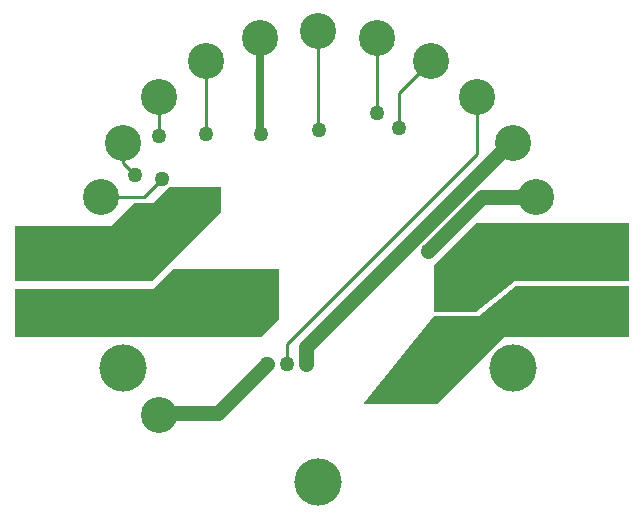
<source format=gbr>
%TF.GenerationSoftware,Altium Limited,Altium Designer,18.1.9 (240)*%
G04 Layer_Physical_Order=2*
G04 Layer_Color=16711680*
%FSLAX26Y26*%
%MOIN*%
%TF.FileFunction,Copper,L2,Bot,Signal*%
%TF.Part,Single*%
G01*
G75*
%TA.AperFunction,SMDPad,CuDef*%
%ADD11C,0.120000*%
%TA.AperFunction,Conductor*%
%ADD12C,0.050000*%
%ADD13C,0.010000*%
%ADD14C,0.025000*%
%TA.AperFunction,ViaPad*%
%ADD15C,0.050000*%
%ADD16C,0.157480*%
G36*
X-325000Y145000D02*
X-555000Y-85000D01*
X-1010000D01*
Y100000D01*
X-690000D01*
X-615000Y175000D01*
X-550000D01*
X-495000Y230000D01*
X-325000D01*
Y145000D01*
D02*
G37*
G36*
X-130000Y-45000D02*
X-130000Y-209982D01*
X-190945Y-271000D01*
X-1010000D01*
Y-110000D01*
X-550000D01*
X-483673Y-45000D01*
X-130000Y-45000D01*
D02*
G37*
G36*
X1035000Y-85000D02*
X655000D01*
X524361Y-189804D01*
X384773D01*
X384773Y-30227D01*
X525000Y110000D01*
X1035000D01*
Y-85000D01*
D02*
G37*
G36*
Y-270945D02*
X619055Y-270945D01*
X395000Y-495000D01*
X155756D01*
X153584Y-490496D01*
X384773Y-200000D01*
X535000D01*
X657222Y-100000D01*
X1035000D01*
Y-270945D01*
D02*
G37*
D11*
X-724000Y194000D02*
D03*
X-750000Y0D02*
D03*
X-724000Y-194000D02*
D03*
X724000D02*
D03*
X750000Y0D02*
D03*
X724000Y194000D02*
D03*
X650000Y375000D02*
D03*
X530000Y530000D02*
D03*
X375000Y649500D02*
D03*
X194000Y724000D02*
D03*
X0Y750000D02*
D03*
X-194000Y724000D02*
D03*
X-375000Y649500D02*
D03*
X-530000Y530000D02*
D03*
X-649500Y375000D02*
D03*
X-530000Y-530000D02*
D03*
D12*
X-335000Y-525000D02*
X-170000Y-360000D01*
X-530000Y-530000D02*
X-525000Y-525000D01*
X-335000D01*
X-40000Y-360000D02*
Y-305147D01*
X640147Y375000D01*
X650000D01*
X544000Y194000D02*
X724000D01*
X365000Y15000D02*
X544000Y194000D01*
D13*
X-105000Y-360000D02*
X-100000Y-355000D01*
X-105000Y-360000D02*
Y-295000D01*
X530000Y340000D01*
X-194000Y409000D02*
X-190000Y405000D01*
X0Y420847D02*
X1208Y419639D01*
X194000Y724000D02*
X195000Y723000D01*
Y475000D02*
Y723000D01*
X530000Y340000D02*
Y530000D01*
X268910Y425000D02*
Y543410D01*
X375000Y649500D01*
X0Y420847D02*
Y750000D01*
X-375000Y405000D02*
Y649500D01*
X-581000Y194000D02*
X-520000Y255000D01*
X-724000Y194000D02*
X-581000D01*
X-649500Y309500D02*
X-610000Y270000D01*
X-649500Y309500D02*
Y375000D01*
X-530000Y400000D02*
Y530000D01*
X1208Y419639D02*
X1568Y420000D01*
X-520000Y255000D02*
X-516890D01*
X-506890Y265000D01*
X-505945Y264055D01*
D14*
X-194000Y409000D02*
Y724000D01*
D15*
X-170000Y-360000D02*
D03*
X-105000D02*
D03*
X195000Y475000D02*
D03*
X365000Y15000D02*
D03*
X575000Y-40000D02*
D03*
X490000D02*
D03*
Y30000D02*
D03*
X268910Y425000D02*
D03*
X1568Y420000D02*
D03*
X-190000Y405000D02*
D03*
X-375000D02*
D03*
X-530000Y400000D02*
D03*
X-610000Y270000D02*
D03*
X-520000Y255000D02*
D03*
X995000Y70000D02*
D03*
Y10000D02*
D03*
X855000Y70000D02*
D03*
X925000Y10000D02*
D03*
X855000D02*
D03*
X925000Y70000D02*
D03*
X850000Y-140000D02*
D03*
Y-200000D02*
D03*
X995000Y-140000D02*
D03*
X925000Y-200000D02*
D03*
X995000D02*
D03*
X925000Y-140000D02*
D03*
X495000Y-265000D02*
D03*
X425000Y-325000D02*
D03*
X495000D02*
D03*
X425000Y-265000D02*
D03*
X575000Y30000D02*
D03*
X500000Y-154004D02*
D03*
X415000Y-154922D02*
D03*
X290000Y-385000D02*
D03*
X360000Y-445000D02*
D03*
X290000D02*
D03*
X360000Y-385000D02*
D03*
X-965000Y-225000D02*
D03*
Y-155000D02*
D03*
X-515000Y-223024D02*
D03*
X-512651Y-150000D02*
D03*
X-375000D02*
D03*
Y-223024D02*
D03*
X-270000Y-220917D02*
D03*
X-185000Y-220000D02*
D03*
Y-150000D02*
D03*
X-270000D02*
D03*
X-445000D02*
D03*
Y-223024D02*
D03*
X-965000Y-45000D02*
D03*
Y55000D02*
D03*
X-570000Y30000D02*
D03*
X-495000Y35000D02*
D03*
X-495000Y120000D02*
D03*
X-415000D02*
D03*
X-455000Y194000D02*
D03*
X-375000D02*
D03*
X-40000Y-360000D02*
D03*
D16*
X-649500Y-375000D02*
D03*
X650000D02*
D03*
X-798Y-755000D02*
D03*
%TF.MD5,54fe2ad803e142b9ccc8512c0ae1272f*%
M02*

</source>
